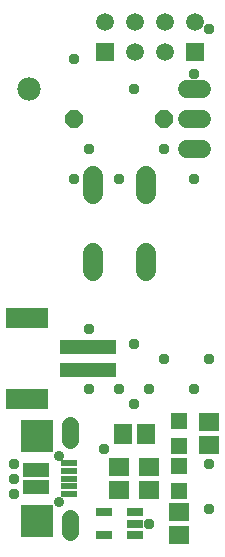
<source format=gbr>
G04 EAGLE Gerber X2 export*
%TF.Part,Single*%
%TF.FileFunction,Soldermask,Bot,1*%
%TF.FilePolarity,Negative*%
%TF.GenerationSoftware,Autodesk,EAGLE,8.6.0*%
%TF.CreationDate,2018-01-31T11:55:17Z*%
G75*
%MOMM*%
%FSLAX34Y34*%
%LPD*%
%AMOC8*
5,1,8,0,0,1.08239X$1,22.5*%
G01*
%ADD10C,1.981200*%
%ADD11C,1.727200*%
%ADD12C,1.524000*%
%ADD13R,1.511200X1.511200*%
%ADD14C,1.511200*%
%ADD15P,1.649562X8X202.500000*%
%ADD16R,1.403200X0.753200*%
%ADD17R,1.403200X1.403200*%
%ADD18R,1.503200X1.703200*%
%ADD19R,1.703200X1.503200*%
%ADD20R,4.803200X1.203200*%
%ADD21R,3.603200X1.803200*%
%ADD22C,0.903200*%
%ADD23R,2.703200X2.703200*%
%ADD24C,1.411200*%
%ADD25R,2.203200X1.203200*%
%ADD26R,1.450000X0.500000*%
%ADD27C,0.959600*%


D10*
X38100Y723900D03*
D11*
X91694Y649732D02*
X91694Y634492D01*
X91694Y584708D02*
X91694Y569468D01*
X136906Y634492D02*
X136906Y649732D01*
X136906Y584708D02*
X136906Y569468D01*
D12*
X171196Y723900D02*
X184404Y723900D01*
X184404Y673100D02*
X171196Y673100D01*
X171196Y698500D02*
X184404Y698500D01*
D13*
X177950Y754875D03*
X101750Y754875D03*
D14*
X152550Y754875D03*
X127150Y754875D03*
X127150Y780275D03*
X152550Y780275D03*
X177950Y780275D03*
X101750Y780275D03*
D15*
X152400Y698500D03*
X76200Y698500D03*
D16*
X127301Y365100D03*
X127301Y355600D03*
X127301Y346100D03*
X101299Y346100D03*
X101299Y365100D03*
D17*
X165100Y421300D03*
X165100Y442300D03*
X165100Y383200D03*
X165100Y404200D03*
D18*
X136500Y431800D03*
X117500Y431800D03*
D19*
X139700Y403200D03*
X139700Y384200D03*
D20*
X87800Y505300D03*
X87800Y485300D03*
D21*
X35800Y529300D03*
X35800Y461300D03*
D19*
X190500Y441300D03*
X190500Y422300D03*
X165100Y346100D03*
X165100Y365100D03*
X114300Y403200D03*
X114300Y384200D03*
D22*
X63500Y374200D03*
X63500Y413200D03*
D23*
X44500Y429700D03*
X44500Y357700D03*
D24*
X72500Y360700D02*
X72500Y348620D01*
X72500Y426700D02*
X72500Y438780D01*
D25*
X43500Y386200D03*
X43500Y401200D03*
D26*
X71250Y380700D03*
X71250Y387200D03*
X71250Y393700D03*
X71250Y400200D03*
X71250Y406700D03*
D27*
X88900Y673100D03*
X76200Y647700D03*
X177800Y647700D03*
X114300Y647700D03*
X152400Y673100D03*
X127000Y723900D03*
X177800Y736600D03*
X190500Y774700D03*
X76200Y749300D03*
X88900Y520700D03*
X127000Y508000D03*
X152400Y495300D03*
X190500Y495300D03*
X177800Y469900D03*
X139700Y469900D03*
X88900Y469900D03*
X25400Y393700D03*
X101600Y419100D03*
X139700Y355600D03*
X190500Y368300D03*
X190500Y406400D03*
X127000Y457200D03*
X114300Y469900D03*
X25400Y406400D03*
X25400Y381000D03*
M02*

</source>
